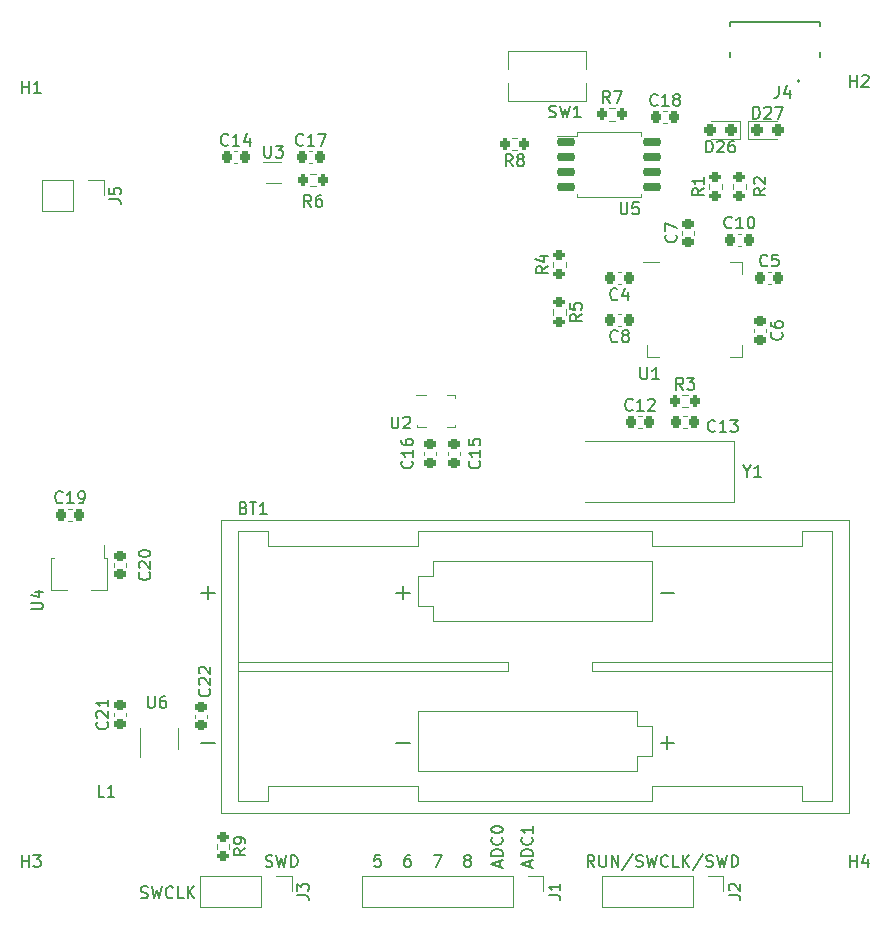
<source format=gto>
G04 #@! TF.GenerationSoftware,KiCad,Pcbnew,(6.0.5)*
G04 #@! TF.CreationDate,2023-05-13T13:21:23-04:00*
G04 #@! TF.ProjectId,control_board,636f6e74-726f-46c5-9f62-6f6172642e6b,rev?*
G04 #@! TF.SameCoordinates,Original*
G04 #@! TF.FileFunction,Legend,Top*
G04 #@! TF.FilePolarity,Positive*
%FSLAX46Y46*%
G04 Gerber Fmt 4.6, Leading zero omitted, Abs format (unit mm)*
G04 Created by KiCad (PCBNEW (6.0.5)) date 2023-05-13 13:21:23*
%MOMM*%
%LPD*%
G01*
G04 APERTURE LIST*
G04 Aperture macros list*
%AMRoundRect*
0 Rectangle with rounded corners*
0 $1 Rounding radius*
0 $2 $3 $4 $5 $6 $7 $8 $9 X,Y pos of 4 corners*
0 Add a 4 corners polygon primitive as box body*
4,1,4,$2,$3,$4,$5,$6,$7,$8,$9,$2,$3,0*
0 Add four circle primitives for the rounded corners*
1,1,$1+$1,$2,$3*
1,1,$1+$1,$4,$5*
1,1,$1+$1,$6,$7*
1,1,$1+$1,$8,$9*
0 Add four rect primitives between the rounded corners*
20,1,$1+$1,$2,$3,$4,$5,0*
20,1,$1+$1,$4,$5,$6,$7,0*
20,1,$1+$1,$6,$7,$8,$9,0*
20,1,$1+$1,$8,$9,$2,$3,0*%
%AMFreePoly0*
4,1,9,5.362500,-0.866500,1.237500,-0.866500,1.237500,-0.450000,-1.237500,-0.450000,-1.237500,0.450000,1.237500,0.450000,1.237500,0.866500,5.362500,0.866500,5.362500,-0.866500,5.362500,-0.866500,$1*%
G04 Aperture macros list end*
%ADD10C,0.150000*%
%ADD11C,0.120000*%
%ADD12C,0.127000*%
%ADD13C,0.200000*%
%ADD14C,0.100000*%
%ADD15RoundRect,0.200000X-0.275000X0.200000X-0.275000X-0.200000X0.275000X-0.200000X0.275000X0.200000X0*%
%ADD16RoundRect,0.200000X0.200000X0.275000X-0.200000X0.275000X-0.200000X-0.275000X0.200000X-0.275000X0*%
%ADD17RoundRect,0.200000X-0.200000X-0.275000X0.200000X-0.275000X0.200000X0.275000X-0.200000X0.275000X0*%
%ADD18RoundRect,0.200000X0.275000X-0.200000X0.275000X0.200000X-0.275000X0.200000X-0.275000X-0.200000X0*%
%ADD19RoundRect,0.225000X0.250000X-0.225000X0.250000X0.225000X-0.250000X0.225000X-0.250000X-0.225000X0*%
%ADD20RoundRect,0.225000X-0.225000X-0.250000X0.225000X-0.250000X0.225000X0.250000X-0.225000X0.250000X0*%
%ADD21RoundRect,0.225000X-0.250000X0.225000X-0.250000X-0.225000X0.250000X-0.225000X0.250000X0.225000X0*%
%ADD22RoundRect,0.225000X0.225000X0.250000X-0.225000X0.250000X-0.225000X-0.250000X0.225000X-0.250000X0*%
%ADD23R,4.500000X2.000000*%
%ADD24R,1.700000X1.700000*%
%ADD25O,1.700000X1.700000*%
%ADD26C,0.500000*%
%ADD27R,0.400000X1.350000*%
%ADD28R,1.900000X1.900000*%
%ADD29O,0.900000X1.800000*%
%ADD30R,1.600000X1.400000*%
%ADD31C,2.100000*%
%ADD32R,0.650000X1.560000*%
%ADD33C,3.450000*%
%ADD34R,2.000000X2.000000*%
%ADD35C,2.000000*%
%ADD36R,0.900000X2.300000*%
%ADD37FreePoly0,270.000000*%
%ADD38RoundRect,0.150000X-0.650000X-0.150000X0.650000X-0.150000X0.650000X0.150000X-0.650000X0.150000X0*%
%ADD39RoundRect,0.237500X0.287500X0.237500X-0.287500X0.237500X-0.287500X-0.237500X0.287500X-0.237500X0*%
%ADD40R,0.675000X0.250000*%
%ADD41R,0.250000X0.675000*%
%ADD42O,0.875000X0.200000*%
%ADD43O,0.200000X0.875000*%
%ADD44R,3.200000X3.200000*%
%ADD45RoundRect,0.237500X-0.287500X-0.237500X0.287500X-0.237500X0.287500X0.237500X-0.287500X0.237500X0*%
%ADD46R,1.500000X4.000000*%
%ADD47R,0.700000X0.340000*%
%ADD48R,2.108200X0.558800*%
G04 APERTURE END LIST*
D10*
X141509761Y-121800952D02*
X141414523Y-121753333D01*
X141366904Y-121705714D01*
X141319285Y-121610476D01*
X141319285Y-121562857D01*
X141366904Y-121467619D01*
X141414523Y-121420000D01*
X141509761Y-121372380D01*
X141700238Y-121372380D01*
X141795476Y-121420000D01*
X141843095Y-121467619D01*
X141890714Y-121562857D01*
X141890714Y-121610476D01*
X141843095Y-121705714D01*
X141795476Y-121753333D01*
X141700238Y-121800952D01*
X141509761Y-121800952D01*
X141414523Y-121848571D01*
X141366904Y-121896190D01*
X141319285Y-121991428D01*
X141319285Y-122181904D01*
X141366904Y-122277142D01*
X141414523Y-122324761D01*
X141509761Y-122372380D01*
X141700238Y-122372380D01*
X141795476Y-122324761D01*
X141843095Y-122277142D01*
X141890714Y-122181904D01*
X141890714Y-121991428D01*
X141843095Y-121896190D01*
X141795476Y-121848571D01*
X141700238Y-121800952D01*
X134223095Y-121372380D02*
X133746904Y-121372380D01*
X133699285Y-121848571D01*
X133746904Y-121800952D01*
X133842142Y-121753333D01*
X134080238Y-121753333D01*
X134175476Y-121800952D01*
X134223095Y-121848571D01*
X134270714Y-121943809D01*
X134270714Y-122181904D01*
X134223095Y-122277142D01*
X134175476Y-122324761D01*
X134080238Y-122372380D01*
X133842142Y-122372380D01*
X133746904Y-122324761D01*
X133699285Y-122277142D01*
X136715476Y-121372380D02*
X136525000Y-121372380D01*
X136429761Y-121420000D01*
X136382142Y-121467619D01*
X136286904Y-121610476D01*
X136239285Y-121800952D01*
X136239285Y-122181904D01*
X136286904Y-122277142D01*
X136334523Y-122324761D01*
X136429761Y-122372380D01*
X136620238Y-122372380D01*
X136715476Y-122324761D01*
X136763095Y-122277142D01*
X136810714Y-122181904D01*
X136810714Y-121943809D01*
X136763095Y-121848571D01*
X136715476Y-121800952D01*
X136620238Y-121753333D01*
X136429761Y-121753333D01*
X136334523Y-121800952D01*
X136286904Y-121848571D01*
X136239285Y-121943809D01*
X138731666Y-121372380D02*
X139398333Y-121372380D01*
X138969761Y-122372380D01*
X152329285Y-122372380D02*
X151995952Y-121896190D01*
X151757857Y-122372380D02*
X151757857Y-121372380D01*
X152138809Y-121372380D01*
X152234047Y-121420000D01*
X152281666Y-121467619D01*
X152329285Y-121562857D01*
X152329285Y-121705714D01*
X152281666Y-121800952D01*
X152234047Y-121848571D01*
X152138809Y-121896190D01*
X151757857Y-121896190D01*
X152757857Y-121372380D02*
X152757857Y-122181904D01*
X152805476Y-122277142D01*
X152853095Y-122324761D01*
X152948333Y-122372380D01*
X153138809Y-122372380D01*
X153234047Y-122324761D01*
X153281666Y-122277142D01*
X153329285Y-122181904D01*
X153329285Y-121372380D01*
X153805476Y-122372380D02*
X153805476Y-121372380D01*
X154376904Y-122372380D01*
X154376904Y-121372380D01*
X155567380Y-121324761D02*
X154710238Y-122610476D01*
X155853095Y-122324761D02*
X155995952Y-122372380D01*
X156234047Y-122372380D01*
X156329285Y-122324761D01*
X156376904Y-122277142D01*
X156424523Y-122181904D01*
X156424523Y-122086666D01*
X156376904Y-121991428D01*
X156329285Y-121943809D01*
X156234047Y-121896190D01*
X156043571Y-121848571D01*
X155948333Y-121800952D01*
X155900714Y-121753333D01*
X155853095Y-121658095D01*
X155853095Y-121562857D01*
X155900714Y-121467619D01*
X155948333Y-121420000D01*
X156043571Y-121372380D01*
X156281666Y-121372380D01*
X156424523Y-121420000D01*
X156757857Y-121372380D02*
X156995952Y-122372380D01*
X157186428Y-121658095D01*
X157376904Y-122372380D01*
X157615000Y-121372380D01*
X158567380Y-122277142D02*
X158519761Y-122324761D01*
X158376904Y-122372380D01*
X158281666Y-122372380D01*
X158138809Y-122324761D01*
X158043571Y-122229523D01*
X157995952Y-122134285D01*
X157948333Y-121943809D01*
X157948333Y-121800952D01*
X157995952Y-121610476D01*
X158043571Y-121515238D01*
X158138809Y-121420000D01*
X158281666Y-121372380D01*
X158376904Y-121372380D01*
X158519761Y-121420000D01*
X158567380Y-121467619D01*
X159472142Y-122372380D02*
X158995952Y-122372380D01*
X158995952Y-121372380D01*
X159805476Y-122372380D02*
X159805476Y-121372380D01*
X160376904Y-122372380D02*
X159948333Y-121800952D01*
X160376904Y-121372380D02*
X159805476Y-121943809D01*
X161519761Y-121324761D02*
X160662619Y-122610476D01*
X161805476Y-122324761D02*
X161948333Y-122372380D01*
X162186428Y-122372380D01*
X162281666Y-122324761D01*
X162329285Y-122277142D01*
X162376904Y-122181904D01*
X162376904Y-122086666D01*
X162329285Y-121991428D01*
X162281666Y-121943809D01*
X162186428Y-121896190D01*
X161995952Y-121848571D01*
X161900714Y-121800952D01*
X161853095Y-121753333D01*
X161805476Y-121658095D01*
X161805476Y-121562857D01*
X161853095Y-121467619D01*
X161900714Y-121420000D01*
X161995952Y-121372380D01*
X162234047Y-121372380D01*
X162376904Y-121420000D01*
X162710238Y-121372380D02*
X162948333Y-122372380D01*
X163138809Y-121658095D01*
X163329285Y-122372380D01*
X163567380Y-121372380D01*
X163948333Y-122372380D02*
X163948333Y-121372380D01*
X164186428Y-121372380D01*
X164329285Y-121420000D01*
X164424523Y-121515238D01*
X164472142Y-121610476D01*
X164519761Y-121800952D01*
X164519761Y-121943809D01*
X164472142Y-122134285D01*
X164424523Y-122229523D01*
X164329285Y-122324761D01*
X164186428Y-122372380D01*
X163948333Y-122372380D01*
X113943095Y-124991761D02*
X114085952Y-125039380D01*
X114324047Y-125039380D01*
X114419285Y-124991761D01*
X114466904Y-124944142D01*
X114514523Y-124848904D01*
X114514523Y-124753666D01*
X114466904Y-124658428D01*
X114419285Y-124610809D01*
X114324047Y-124563190D01*
X114133571Y-124515571D01*
X114038333Y-124467952D01*
X113990714Y-124420333D01*
X113943095Y-124325095D01*
X113943095Y-124229857D01*
X113990714Y-124134619D01*
X114038333Y-124087000D01*
X114133571Y-124039380D01*
X114371666Y-124039380D01*
X114514523Y-124087000D01*
X114847857Y-124039380D02*
X115085952Y-125039380D01*
X115276428Y-124325095D01*
X115466904Y-125039380D01*
X115705000Y-124039380D01*
X116657380Y-124944142D02*
X116609761Y-124991761D01*
X116466904Y-125039380D01*
X116371666Y-125039380D01*
X116228809Y-124991761D01*
X116133571Y-124896523D01*
X116085952Y-124801285D01*
X116038333Y-124610809D01*
X116038333Y-124467952D01*
X116085952Y-124277476D01*
X116133571Y-124182238D01*
X116228809Y-124087000D01*
X116371666Y-124039380D01*
X116466904Y-124039380D01*
X116609761Y-124087000D01*
X116657380Y-124134619D01*
X117562142Y-125039380D02*
X117085952Y-125039380D01*
X117085952Y-124039380D01*
X117895476Y-125039380D02*
X117895476Y-124039380D01*
X118466904Y-125039380D02*
X118038333Y-124467952D01*
X118466904Y-124039380D02*
X117895476Y-124610809D01*
X124507857Y-122324761D02*
X124650714Y-122372380D01*
X124888809Y-122372380D01*
X124984047Y-122324761D01*
X125031666Y-122277142D01*
X125079285Y-122181904D01*
X125079285Y-122086666D01*
X125031666Y-121991428D01*
X124984047Y-121943809D01*
X124888809Y-121896190D01*
X124698333Y-121848571D01*
X124603095Y-121800952D01*
X124555476Y-121753333D01*
X124507857Y-121658095D01*
X124507857Y-121562857D01*
X124555476Y-121467619D01*
X124603095Y-121420000D01*
X124698333Y-121372380D01*
X124936428Y-121372380D01*
X125079285Y-121420000D01*
X125412619Y-121372380D02*
X125650714Y-122372380D01*
X125841190Y-121658095D01*
X126031666Y-122372380D01*
X126269761Y-121372380D01*
X126650714Y-122372380D02*
X126650714Y-121372380D01*
X126888809Y-121372380D01*
X127031666Y-121420000D01*
X127126904Y-121515238D01*
X127174523Y-121610476D01*
X127222142Y-121800952D01*
X127222142Y-121943809D01*
X127174523Y-122134285D01*
X127126904Y-122229523D01*
X127031666Y-122324761D01*
X126888809Y-122372380D01*
X126650714Y-122372380D01*
X144311666Y-122364285D02*
X144311666Y-121888095D01*
X144597380Y-122459523D02*
X143597380Y-122126190D01*
X144597380Y-121792857D01*
X144597380Y-121459523D02*
X143597380Y-121459523D01*
X143597380Y-121221428D01*
X143645000Y-121078571D01*
X143740238Y-120983333D01*
X143835476Y-120935714D01*
X144025952Y-120888095D01*
X144168809Y-120888095D01*
X144359285Y-120935714D01*
X144454523Y-120983333D01*
X144549761Y-121078571D01*
X144597380Y-121221428D01*
X144597380Y-121459523D01*
X144502142Y-119888095D02*
X144549761Y-119935714D01*
X144597380Y-120078571D01*
X144597380Y-120173809D01*
X144549761Y-120316666D01*
X144454523Y-120411904D01*
X144359285Y-120459523D01*
X144168809Y-120507142D01*
X144025952Y-120507142D01*
X143835476Y-120459523D01*
X143740238Y-120411904D01*
X143645000Y-120316666D01*
X143597380Y-120173809D01*
X143597380Y-120078571D01*
X143645000Y-119935714D01*
X143692619Y-119888095D01*
X143597380Y-119269047D02*
X143597380Y-119173809D01*
X143645000Y-119078571D01*
X143692619Y-119030952D01*
X143787857Y-118983333D01*
X143978333Y-118935714D01*
X144216428Y-118935714D01*
X144406904Y-118983333D01*
X144502142Y-119030952D01*
X144549761Y-119078571D01*
X144597380Y-119173809D01*
X144597380Y-119269047D01*
X144549761Y-119364285D01*
X144502142Y-119411904D01*
X144406904Y-119459523D01*
X144216428Y-119507142D01*
X143978333Y-119507142D01*
X143787857Y-119459523D01*
X143692619Y-119411904D01*
X143645000Y-119364285D01*
X143597380Y-119269047D01*
X146851666Y-122364285D02*
X146851666Y-121888095D01*
X147137380Y-122459523D02*
X146137380Y-122126190D01*
X147137380Y-121792857D01*
X147137380Y-121459523D02*
X146137380Y-121459523D01*
X146137380Y-121221428D01*
X146185000Y-121078571D01*
X146280238Y-120983333D01*
X146375476Y-120935714D01*
X146565952Y-120888095D01*
X146708809Y-120888095D01*
X146899285Y-120935714D01*
X146994523Y-120983333D01*
X147089761Y-121078571D01*
X147137380Y-121221428D01*
X147137380Y-121459523D01*
X147042142Y-119888095D02*
X147089761Y-119935714D01*
X147137380Y-120078571D01*
X147137380Y-120173809D01*
X147089761Y-120316666D01*
X146994523Y-120411904D01*
X146899285Y-120459523D01*
X146708809Y-120507142D01*
X146565952Y-120507142D01*
X146375476Y-120459523D01*
X146280238Y-120411904D01*
X146185000Y-120316666D01*
X146137380Y-120173809D01*
X146137380Y-120078571D01*
X146185000Y-119935714D01*
X146232619Y-119888095D01*
X147137380Y-118935714D02*
X147137380Y-119507142D01*
X147137380Y-119221428D02*
X146137380Y-119221428D01*
X146280238Y-119316666D01*
X146375476Y-119411904D01*
X146423095Y-119507142D01*
X122786380Y-120816666D02*
X122310190Y-121150000D01*
X122786380Y-121388095D02*
X121786380Y-121388095D01*
X121786380Y-121007142D01*
X121834000Y-120911904D01*
X121881619Y-120864285D01*
X121976857Y-120816666D01*
X122119714Y-120816666D01*
X122214952Y-120864285D01*
X122262571Y-120911904D01*
X122310190Y-121007142D01*
X122310190Y-121388095D01*
X122786380Y-120340476D02*
X122786380Y-120150000D01*
X122738761Y-120054761D01*
X122691142Y-120007142D01*
X122548285Y-119911904D01*
X122357809Y-119864285D01*
X121976857Y-119864285D01*
X121881619Y-119911904D01*
X121834000Y-119959523D01*
X121786380Y-120054761D01*
X121786380Y-120245238D01*
X121834000Y-120340476D01*
X121881619Y-120388095D01*
X121976857Y-120435714D01*
X122214952Y-120435714D01*
X122310190Y-120388095D01*
X122357809Y-120340476D01*
X122405428Y-120245238D01*
X122405428Y-120054761D01*
X122357809Y-119959523D01*
X122310190Y-119911904D01*
X122214952Y-119864285D01*
X145408833Y-63059880D02*
X145075500Y-62583690D01*
X144837404Y-63059880D02*
X144837404Y-62059880D01*
X145218357Y-62059880D01*
X145313595Y-62107500D01*
X145361214Y-62155119D01*
X145408833Y-62250357D01*
X145408833Y-62393214D01*
X145361214Y-62488452D01*
X145313595Y-62536071D01*
X145218357Y-62583690D01*
X144837404Y-62583690D01*
X145980261Y-62488452D02*
X145885023Y-62440833D01*
X145837404Y-62393214D01*
X145789785Y-62297976D01*
X145789785Y-62250357D01*
X145837404Y-62155119D01*
X145885023Y-62107500D01*
X145980261Y-62059880D01*
X146170738Y-62059880D01*
X146265976Y-62107500D01*
X146313595Y-62155119D01*
X146361214Y-62250357D01*
X146361214Y-62297976D01*
X146313595Y-62393214D01*
X146265976Y-62440833D01*
X146170738Y-62488452D01*
X145980261Y-62488452D01*
X145885023Y-62536071D01*
X145837404Y-62583690D01*
X145789785Y-62678928D01*
X145789785Y-62869404D01*
X145837404Y-62964642D01*
X145885023Y-63012261D01*
X145980261Y-63059880D01*
X146170738Y-63059880D01*
X146265976Y-63012261D01*
X146313595Y-62964642D01*
X146361214Y-62869404D01*
X146361214Y-62678928D01*
X146313595Y-62583690D01*
X146265976Y-62536071D01*
X146170738Y-62488452D01*
X153658833Y-57699880D02*
X153325500Y-57223690D01*
X153087404Y-57699880D02*
X153087404Y-56699880D01*
X153468357Y-56699880D01*
X153563595Y-56747500D01*
X153611214Y-56795119D01*
X153658833Y-56890357D01*
X153658833Y-57033214D01*
X153611214Y-57128452D01*
X153563595Y-57176071D01*
X153468357Y-57223690D01*
X153087404Y-57223690D01*
X153992166Y-56699880D02*
X154658833Y-56699880D01*
X154230261Y-57699880D01*
X128364783Y-66492380D02*
X128031450Y-66016190D01*
X127793354Y-66492380D02*
X127793354Y-65492380D01*
X128174307Y-65492380D01*
X128269545Y-65540000D01*
X128317164Y-65587619D01*
X128364783Y-65682857D01*
X128364783Y-65825714D01*
X128317164Y-65920952D01*
X128269545Y-65968571D01*
X128174307Y-66016190D01*
X127793354Y-66016190D01*
X129221926Y-65492380D02*
X129031450Y-65492380D01*
X128936211Y-65540000D01*
X128888592Y-65587619D01*
X128793354Y-65730476D01*
X128745735Y-65920952D01*
X128745735Y-66301904D01*
X128793354Y-66397142D01*
X128840973Y-66444761D01*
X128936211Y-66492380D01*
X129126688Y-66492380D01*
X129221926Y-66444761D01*
X129269545Y-66397142D01*
X129317164Y-66301904D01*
X129317164Y-66063809D01*
X129269545Y-65968571D01*
X129221926Y-65920952D01*
X129126688Y-65873333D01*
X128936211Y-65873333D01*
X128840973Y-65920952D01*
X128793354Y-65968571D01*
X128745735Y-66063809D01*
X151258380Y-75584166D02*
X150782190Y-75917500D01*
X151258380Y-76155595D02*
X150258380Y-76155595D01*
X150258380Y-75774642D01*
X150306000Y-75679404D01*
X150353619Y-75631785D01*
X150448857Y-75584166D01*
X150591714Y-75584166D01*
X150686952Y-75631785D01*
X150734571Y-75679404D01*
X150782190Y-75774642D01*
X150782190Y-76155595D01*
X150258380Y-74679404D02*
X150258380Y-75155595D01*
X150734571Y-75203214D01*
X150686952Y-75155595D01*
X150639333Y-75060357D01*
X150639333Y-74822261D01*
X150686952Y-74727023D01*
X150734571Y-74679404D01*
X150829809Y-74631785D01*
X151067904Y-74631785D01*
X151163142Y-74679404D01*
X151210761Y-74727023D01*
X151258380Y-74822261D01*
X151258380Y-75060357D01*
X151210761Y-75155595D01*
X151163142Y-75203214D01*
X148398380Y-71536166D02*
X147922190Y-71869500D01*
X148398380Y-72107595D02*
X147398380Y-72107595D01*
X147398380Y-71726642D01*
X147446000Y-71631404D01*
X147493619Y-71583785D01*
X147588857Y-71536166D01*
X147731714Y-71536166D01*
X147826952Y-71583785D01*
X147874571Y-71631404D01*
X147922190Y-71726642D01*
X147922190Y-72107595D01*
X147731714Y-70679023D02*
X148398380Y-70679023D01*
X147350761Y-70917119D02*
X148065047Y-71155214D01*
X148065047Y-70536166D01*
X159853333Y-81983380D02*
X159520000Y-81507190D01*
X159281904Y-81983380D02*
X159281904Y-80983380D01*
X159662857Y-80983380D01*
X159758095Y-81031000D01*
X159805714Y-81078619D01*
X159853333Y-81173857D01*
X159853333Y-81316714D01*
X159805714Y-81411952D01*
X159758095Y-81459571D01*
X159662857Y-81507190D01*
X159281904Y-81507190D01*
X160186666Y-80983380D02*
X160805714Y-80983380D01*
X160472380Y-81364333D01*
X160615238Y-81364333D01*
X160710476Y-81411952D01*
X160758095Y-81459571D01*
X160805714Y-81554809D01*
X160805714Y-81792904D01*
X160758095Y-81888142D01*
X160710476Y-81935761D01*
X160615238Y-81983380D01*
X160329523Y-81983380D01*
X160234285Y-81935761D01*
X160186666Y-81888142D01*
X166822380Y-64936666D02*
X166346190Y-65270000D01*
X166822380Y-65508095D02*
X165822380Y-65508095D01*
X165822380Y-65127142D01*
X165870000Y-65031904D01*
X165917619Y-64984285D01*
X166012857Y-64936666D01*
X166155714Y-64936666D01*
X166250952Y-64984285D01*
X166298571Y-65031904D01*
X166346190Y-65127142D01*
X166346190Y-65508095D01*
X165917619Y-64555714D02*
X165870000Y-64508095D01*
X165822380Y-64412857D01*
X165822380Y-64174761D01*
X165870000Y-64079523D01*
X165917619Y-64031904D01*
X166012857Y-63984285D01*
X166108095Y-63984285D01*
X166250952Y-64031904D01*
X166822380Y-64603333D01*
X166822380Y-63984285D01*
X161606380Y-64936666D02*
X161130190Y-65270000D01*
X161606380Y-65508095D02*
X160606380Y-65508095D01*
X160606380Y-65127142D01*
X160654000Y-65031904D01*
X160701619Y-64984285D01*
X160796857Y-64936666D01*
X160939714Y-64936666D01*
X161034952Y-64984285D01*
X161082571Y-65031904D01*
X161130190Y-65127142D01*
X161130190Y-65508095D01*
X161606380Y-63984285D02*
X161606380Y-64555714D01*
X161606380Y-64270000D02*
X160606380Y-64270000D01*
X160749238Y-64365238D01*
X160844476Y-64460476D01*
X160892095Y-64555714D01*
X119737142Y-107322857D02*
X119784761Y-107370476D01*
X119832380Y-107513333D01*
X119832380Y-107608571D01*
X119784761Y-107751428D01*
X119689523Y-107846666D01*
X119594285Y-107894285D01*
X119403809Y-107941904D01*
X119260952Y-107941904D01*
X119070476Y-107894285D01*
X118975238Y-107846666D01*
X118880000Y-107751428D01*
X118832380Y-107608571D01*
X118832380Y-107513333D01*
X118880000Y-107370476D01*
X118927619Y-107322857D01*
X118927619Y-106941904D02*
X118880000Y-106894285D01*
X118832380Y-106799047D01*
X118832380Y-106560952D01*
X118880000Y-106465714D01*
X118927619Y-106418095D01*
X119022857Y-106370476D01*
X119118095Y-106370476D01*
X119260952Y-106418095D01*
X119832380Y-106989523D01*
X119832380Y-106370476D01*
X118927619Y-105989523D02*
X118880000Y-105941904D01*
X118832380Y-105846666D01*
X118832380Y-105608571D01*
X118880000Y-105513333D01*
X118927619Y-105465714D01*
X119022857Y-105418095D01*
X119118095Y-105418095D01*
X119260952Y-105465714D01*
X119832380Y-106037142D01*
X119832380Y-105418095D01*
X111068142Y-110116857D02*
X111115761Y-110164476D01*
X111163380Y-110307333D01*
X111163380Y-110402571D01*
X111115761Y-110545428D01*
X111020523Y-110640666D01*
X110925285Y-110688285D01*
X110734809Y-110735904D01*
X110591952Y-110735904D01*
X110401476Y-110688285D01*
X110306238Y-110640666D01*
X110211000Y-110545428D01*
X110163380Y-110402571D01*
X110163380Y-110307333D01*
X110211000Y-110164476D01*
X110258619Y-110116857D01*
X110258619Y-109735904D02*
X110211000Y-109688285D01*
X110163380Y-109593047D01*
X110163380Y-109354952D01*
X110211000Y-109259714D01*
X110258619Y-109212095D01*
X110353857Y-109164476D01*
X110449095Y-109164476D01*
X110591952Y-109212095D01*
X111163380Y-109783523D01*
X111163380Y-109164476D01*
X111163380Y-108212095D02*
X111163380Y-108783523D01*
X111163380Y-108497809D02*
X110163380Y-108497809D01*
X110306238Y-108593047D01*
X110401476Y-108688285D01*
X110449095Y-108783523D01*
X114657142Y-97455357D02*
X114704761Y-97502976D01*
X114752380Y-97645833D01*
X114752380Y-97741071D01*
X114704761Y-97883928D01*
X114609523Y-97979166D01*
X114514285Y-98026785D01*
X114323809Y-98074404D01*
X114180952Y-98074404D01*
X113990476Y-98026785D01*
X113895238Y-97979166D01*
X113800000Y-97883928D01*
X113752380Y-97741071D01*
X113752380Y-97645833D01*
X113800000Y-97502976D01*
X113847619Y-97455357D01*
X113847619Y-97074404D02*
X113800000Y-97026785D01*
X113752380Y-96931547D01*
X113752380Y-96693452D01*
X113800000Y-96598214D01*
X113847619Y-96550595D01*
X113942857Y-96502976D01*
X114038095Y-96502976D01*
X114180952Y-96550595D01*
X114752380Y-97122023D01*
X114752380Y-96502976D01*
X113752380Y-95883928D02*
X113752380Y-95788690D01*
X113800000Y-95693452D01*
X113847619Y-95645833D01*
X113942857Y-95598214D01*
X114133333Y-95550595D01*
X114371428Y-95550595D01*
X114561904Y-95598214D01*
X114657142Y-95645833D01*
X114704761Y-95693452D01*
X114752380Y-95788690D01*
X114752380Y-95883928D01*
X114704761Y-95979166D01*
X114657142Y-96026785D01*
X114561904Y-96074404D01*
X114371428Y-96122023D01*
X114133333Y-96122023D01*
X113942857Y-96074404D01*
X113847619Y-96026785D01*
X113800000Y-95979166D01*
X113752380Y-95883928D01*
X107307142Y-91489642D02*
X107259523Y-91537261D01*
X107116666Y-91584880D01*
X107021428Y-91584880D01*
X106878571Y-91537261D01*
X106783333Y-91442023D01*
X106735714Y-91346785D01*
X106688095Y-91156309D01*
X106688095Y-91013452D01*
X106735714Y-90822976D01*
X106783333Y-90727738D01*
X106878571Y-90632500D01*
X107021428Y-90584880D01*
X107116666Y-90584880D01*
X107259523Y-90632500D01*
X107307142Y-90680119D01*
X108259523Y-91584880D02*
X107688095Y-91584880D01*
X107973809Y-91584880D02*
X107973809Y-90584880D01*
X107878571Y-90727738D01*
X107783333Y-90822976D01*
X107688095Y-90870595D01*
X108735714Y-91584880D02*
X108926190Y-91584880D01*
X109021428Y-91537261D01*
X109069047Y-91489642D01*
X109164285Y-91346785D01*
X109211904Y-91156309D01*
X109211904Y-90775357D01*
X109164285Y-90680119D01*
X109116666Y-90632500D01*
X109021428Y-90584880D01*
X108830952Y-90584880D01*
X108735714Y-90632500D01*
X108688095Y-90680119D01*
X108640476Y-90775357D01*
X108640476Y-91013452D01*
X108688095Y-91108690D01*
X108735714Y-91156309D01*
X108830952Y-91203928D01*
X109021428Y-91203928D01*
X109116666Y-91156309D01*
X109164285Y-91108690D01*
X109211904Y-91013452D01*
X157682642Y-57854642D02*
X157635023Y-57902261D01*
X157492166Y-57949880D01*
X157396928Y-57949880D01*
X157254071Y-57902261D01*
X157158833Y-57807023D01*
X157111214Y-57711785D01*
X157063595Y-57521309D01*
X157063595Y-57378452D01*
X157111214Y-57187976D01*
X157158833Y-57092738D01*
X157254071Y-56997500D01*
X157396928Y-56949880D01*
X157492166Y-56949880D01*
X157635023Y-56997500D01*
X157682642Y-57045119D01*
X158635023Y-57949880D02*
X158063595Y-57949880D01*
X158349309Y-57949880D02*
X158349309Y-56949880D01*
X158254071Y-57092738D01*
X158158833Y-57187976D01*
X158063595Y-57235595D01*
X159206452Y-57378452D02*
X159111214Y-57330833D01*
X159063595Y-57283214D01*
X159015976Y-57187976D01*
X159015976Y-57140357D01*
X159063595Y-57045119D01*
X159111214Y-56997500D01*
X159206452Y-56949880D01*
X159396928Y-56949880D01*
X159492166Y-56997500D01*
X159539785Y-57045119D01*
X159587404Y-57140357D01*
X159587404Y-57187976D01*
X159539785Y-57283214D01*
X159492166Y-57330833D01*
X159396928Y-57378452D01*
X159206452Y-57378452D01*
X159111214Y-57426071D01*
X159063595Y-57473690D01*
X159015976Y-57568928D01*
X159015976Y-57759404D01*
X159063595Y-57854642D01*
X159111214Y-57902261D01*
X159206452Y-57949880D01*
X159396928Y-57949880D01*
X159492166Y-57902261D01*
X159539785Y-57854642D01*
X159587404Y-57759404D01*
X159587404Y-57568928D01*
X159539785Y-57473690D01*
X159492166Y-57426071D01*
X159396928Y-57378452D01*
X127685392Y-61228142D02*
X127637773Y-61275761D01*
X127494916Y-61323380D01*
X127399678Y-61323380D01*
X127256821Y-61275761D01*
X127161583Y-61180523D01*
X127113964Y-61085285D01*
X127066345Y-60894809D01*
X127066345Y-60751952D01*
X127113964Y-60561476D01*
X127161583Y-60466238D01*
X127256821Y-60371000D01*
X127399678Y-60323380D01*
X127494916Y-60323380D01*
X127637773Y-60371000D01*
X127685392Y-60418619D01*
X128637773Y-61323380D02*
X128066345Y-61323380D01*
X128352059Y-61323380D02*
X128352059Y-60323380D01*
X128256821Y-60466238D01*
X128161583Y-60561476D01*
X128066345Y-60609095D01*
X128971107Y-60323380D02*
X129637773Y-60323380D01*
X129209202Y-61323380D01*
X136882142Y-88018857D02*
X136929761Y-88066476D01*
X136977380Y-88209333D01*
X136977380Y-88304571D01*
X136929761Y-88447428D01*
X136834523Y-88542666D01*
X136739285Y-88590285D01*
X136548809Y-88637904D01*
X136405952Y-88637904D01*
X136215476Y-88590285D01*
X136120238Y-88542666D01*
X136025000Y-88447428D01*
X135977380Y-88304571D01*
X135977380Y-88209333D01*
X136025000Y-88066476D01*
X136072619Y-88018857D01*
X136977380Y-87066476D02*
X136977380Y-87637904D01*
X136977380Y-87352190D02*
X135977380Y-87352190D01*
X136120238Y-87447428D01*
X136215476Y-87542666D01*
X136263095Y-87637904D01*
X135977380Y-86209333D02*
X135977380Y-86399809D01*
X136025000Y-86495047D01*
X136072619Y-86542666D01*
X136215476Y-86637904D01*
X136405952Y-86685523D01*
X136786904Y-86685523D01*
X136882142Y-86637904D01*
X136929761Y-86590285D01*
X136977380Y-86495047D01*
X136977380Y-86304571D01*
X136929761Y-86209333D01*
X136882142Y-86161714D01*
X136786904Y-86114095D01*
X136548809Y-86114095D01*
X136453571Y-86161714D01*
X136405952Y-86209333D01*
X136358333Y-86304571D01*
X136358333Y-86495047D01*
X136405952Y-86590285D01*
X136453571Y-86637904D01*
X136548809Y-86685523D01*
X142597142Y-88018857D02*
X142644761Y-88066476D01*
X142692380Y-88209333D01*
X142692380Y-88304571D01*
X142644761Y-88447428D01*
X142549523Y-88542666D01*
X142454285Y-88590285D01*
X142263809Y-88637904D01*
X142120952Y-88637904D01*
X141930476Y-88590285D01*
X141835238Y-88542666D01*
X141740000Y-88447428D01*
X141692380Y-88304571D01*
X141692380Y-88209333D01*
X141740000Y-88066476D01*
X141787619Y-88018857D01*
X142692380Y-87066476D02*
X142692380Y-87637904D01*
X142692380Y-87352190D02*
X141692380Y-87352190D01*
X141835238Y-87447428D01*
X141930476Y-87542666D01*
X141978095Y-87637904D01*
X141692380Y-86161714D02*
X141692380Y-86637904D01*
X142168571Y-86685523D01*
X142120952Y-86637904D01*
X142073333Y-86542666D01*
X142073333Y-86304571D01*
X142120952Y-86209333D01*
X142168571Y-86161714D01*
X142263809Y-86114095D01*
X142501904Y-86114095D01*
X142597142Y-86161714D01*
X142644761Y-86209333D01*
X142692380Y-86304571D01*
X142692380Y-86542666D01*
X142644761Y-86637904D01*
X142597142Y-86685523D01*
X121335392Y-61228142D02*
X121287773Y-61275761D01*
X121144916Y-61323380D01*
X121049678Y-61323380D01*
X120906821Y-61275761D01*
X120811583Y-61180523D01*
X120763964Y-61085285D01*
X120716345Y-60894809D01*
X120716345Y-60751952D01*
X120763964Y-60561476D01*
X120811583Y-60466238D01*
X120906821Y-60371000D01*
X121049678Y-60323380D01*
X121144916Y-60323380D01*
X121287773Y-60371000D01*
X121335392Y-60418619D01*
X122287773Y-61323380D02*
X121716345Y-61323380D01*
X122002059Y-61323380D02*
X122002059Y-60323380D01*
X121906821Y-60466238D01*
X121811583Y-60561476D01*
X121716345Y-60609095D01*
X123144916Y-60656714D02*
X123144916Y-61323380D01*
X122906821Y-60275761D02*
X122668726Y-60990047D01*
X123287773Y-60990047D01*
X162552142Y-85447142D02*
X162504523Y-85494761D01*
X162361666Y-85542380D01*
X162266428Y-85542380D01*
X162123571Y-85494761D01*
X162028333Y-85399523D01*
X161980714Y-85304285D01*
X161933095Y-85113809D01*
X161933095Y-84970952D01*
X161980714Y-84780476D01*
X162028333Y-84685238D01*
X162123571Y-84590000D01*
X162266428Y-84542380D01*
X162361666Y-84542380D01*
X162504523Y-84590000D01*
X162552142Y-84637619D01*
X163504523Y-85542380D02*
X162933095Y-85542380D01*
X163218809Y-85542380D02*
X163218809Y-84542380D01*
X163123571Y-84685238D01*
X163028333Y-84780476D01*
X162933095Y-84828095D01*
X163837857Y-84542380D02*
X164456904Y-84542380D01*
X164123571Y-84923333D01*
X164266428Y-84923333D01*
X164361666Y-84970952D01*
X164409285Y-85018571D01*
X164456904Y-85113809D01*
X164456904Y-85351904D01*
X164409285Y-85447142D01*
X164361666Y-85494761D01*
X164266428Y-85542380D01*
X163980714Y-85542380D01*
X163885476Y-85494761D01*
X163837857Y-85447142D01*
X155567142Y-83666142D02*
X155519523Y-83713761D01*
X155376666Y-83761380D01*
X155281428Y-83761380D01*
X155138571Y-83713761D01*
X155043333Y-83618523D01*
X154995714Y-83523285D01*
X154948095Y-83332809D01*
X154948095Y-83189952D01*
X154995714Y-82999476D01*
X155043333Y-82904238D01*
X155138571Y-82809000D01*
X155281428Y-82761380D01*
X155376666Y-82761380D01*
X155519523Y-82809000D01*
X155567142Y-82856619D01*
X156519523Y-83761380D02*
X155948095Y-83761380D01*
X156233809Y-83761380D02*
X156233809Y-82761380D01*
X156138571Y-82904238D01*
X156043333Y-82999476D01*
X155948095Y-83047095D01*
X156900476Y-82856619D02*
X156948095Y-82809000D01*
X157043333Y-82761380D01*
X157281428Y-82761380D01*
X157376666Y-82809000D01*
X157424285Y-82856619D01*
X157471904Y-82951857D01*
X157471904Y-83047095D01*
X157424285Y-83189952D01*
X156852857Y-83761380D01*
X157471904Y-83761380D01*
X163973142Y-68237142D02*
X163925523Y-68284761D01*
X163782666Y-68332380D01*
X163687428Y-68332380D01*
X163544571Y-68284761D01*
X163449333Y-68189523D01*
X163401714Y-68094285D01*
X163354095Y-67903809D01*
X163354095Y-67760952D01*
X163401714Y-67570476D01*
X163449333Y-67475238D01*
X163544571Y-67380000D01*
X163687428Y-67332380D01*
X163782666Y-67332380D01*
X163925523Y-67380000D01*
X163973142Y-67427619D01*
X164925523Y-68332380D02*
X164354095Y-68332380D01*
X164639809Y-68332380D02*
X164639809Y-67332380D01*
X164544571Y-67475238D01*
X164449333Y-67570476D01*
X164354095Y-67618095D01*
X165544571Y-67332380D02*
X165639809Y-67332380D01*
X165735047Y-67380000D01*
X165782666Y-67427619D01*
X165830285Y-67522857D01*
X165877904Y-67713333D01*
X165877904Y-67951428D01*
X165830285Y-68141904D01*
X165782666Y-68237142D01*
X165735047Y-68284761D01*
X165639809Y-68332380D01*
X165544571Y-68332380D01*
X165449333Y-68284761D01*
X165401714Y-68237142D01*
X165354095Y-68141904D01*
X165306476Y-67951428D01*
X165306476Y-67713333D01*
X165354095Y-67522857D01*
X165401714Y-67427619D01*
X165449333Y-67380000D01*
X165544571Y-67332380D01*
X154297333Y-77854642D02*
X154249714Y-77902261D01*
X154106857Y-77949880D01*
X154011619Y-77949880D01*
X153868761Y-77902261D01*
X153773523Y-77807023D01*
X153725904Y-77711785D01*
X153678285Y-77521309D01*
X153678285Y-77378452D01*
X153725904Y-77187976D01*
X153773523Y-77092738D01*
X153868761Y-76997500D01*
X154011619Y-76949880D01*
X154106857Y-76949880D01*
X154249714Y-76997500D01*
X154297333Y-77045119D01*
X154868761Y-77378452D02*
X154773523Y-77330833D01*
X154725904Y-77283214D01*
X154678285Y-77187976D01*
X154678285Y-77140357D01*
X154725904Y-77045119D01*
X154773523Y-76997500D01*
X154868761Y-76949880D01*
X155059238Y-76949880D01*
X155154476Y-76997500D01*
X155202095Y-77045119D01*
X155249714Y-77140357D01*
X155249714Y-77187976D01*
X155202095Y-77283214D01*
X155154476Y-77330833D01*
X155059238Y-77378452D01*
X154868761Y-77378452D01*
X154773523Y-77426071D01*
X154725904Y-77473690D01*
X154678285Y-77568928D01*
X154678285Y-77759404D01*
X154725904Y-77854642D01*
X154773523Y-77902261D01*
X154868761Y-77949880D01*
X155059238Y-77949880D01*
X155154476Y-77902261D01*
X155202095Y-77854642D01*
X155249714Y-77759404D01*
X155249714Y-77568928D01*
X155202095Y-77473690D01*
X155154476Y-77426071D01*
X155059238Y-77378452D01*
X159225142Y-68868166D02*
X159272761Y-68915785D01*
X159320380Y-69058642D01*
X159320380Y-69153880D01*
X159272761Y-69296738D01*
X159177523Y-69391976D01*
X159082285Y-69439595D01*
X158891809Y-69487214D01*
X158748952Y-69487214D01*
X158558476Y-69439595D01*
X158463238Y-69391976D01*
X158368000Y-69296738D01*
X158320380Y-69153880D01*
X158320380Y-69058642D01*
X158368000Y-68915785D01*
X158415619Y-68868166D01*
X158320380Y-68534833D02*
X158320380Y-67868166D01*
X159320380Y-68296738D01*
X168181142Y-77124166D02*
X168228761Y-77171785D01*
X168276380Y-77314642D01*
X168276380Y-77409880D01*
X168228761Y-77552738D01*
X168133523Y-77647976D01*
X168038285Y-77695595D01*
X167847809Y-77743214D01*
X167704952Y-77743214D01*
X167514476Y-77695595D01*
X167419238Y-77647976D01*
X167324000Y-77552738D01*
X167276380Y-77409880D01*
X167276380Y-77314642D01*
X167324000Y-77171785D01*
X167371619Y-77124166D01*
X167276380Y-76267023D02*
X167276380Y-76457500D01*
X167324000Y-76552738D01*
X167371619Y-76600357D01*
X167514476Y-76695595D01*
X167704952Y-76743214D01*
X168085904Y-76743214D01*
X168181142Y-76695595D01*
X168228761Y-76647976D01*
X168276380Y-76552738D01*
X168276380Y-76362261D01*
X168228761Y-76267023D01*
X168181142Y-76219404D01*
X168085904Y-76171785D01*
X167847809Y-76171785D01*
X167752571Y-76219404D01*
X167704952Y-76267023D01*
X167657333Y-76362261D01*
X167657333Y-76552738D01*
X167704952Y-76647976D01*
X167752571Y-76695595D01*
X167847809Y-76743214D01*
X166981333Y-71440642D02*
X166933714Y-71488261D01*
X166790857Y-71535880D01*
X166695619Y-71535880D01*
X166552761Y-71488261D01*
X166457523Y-71393023D01*
X166409904Y-71297785D01*
X166362285Y-71107309D01*
X166362285Y-70964452D01*
X166409904Y-70773976D01*
X166457523Y-70678738D01*
X166552761Y-70583500D01*
X166695619Y-70535880D01*
X166790857Y-70535880D01*
X166933714Y-70583500D01*
X166981333Y-70631119D01*
X167886095Y-70535880D02*
X167409904Y-70535880D01*
X167362285Y-71012071D01*
X167409904Y-70964452D01*
X167505142Y-70916833D01*
X167743238Y-70916833D01*
X167838476Y-70964452D01*
X167886095Y-71012071D01*
X167933714Y-71107309D01*
X167933714Y-71345404D01*
X167886095Y-71440642D01*
X167838476Y-71488261D01*
X167743238Y-71535880D01*
X167505142Y-71535880D01*
X167409904Y-71488261D01*
X167362285Y-71440642D01*
X154289333Y-74298642D02*
X154241714Y-74346261D01*
X154098857Y-74393880D01*
X154003619Y-74393880D01*
X153860761Y-74346261D01*
X153765523Y-74251023D01*
X153717904Y-74155785D01*
X153670285Y-73965309D01*
X153670285Y-73822452D01*
X153717904Y-73631976D01*
X153765523Y-73536738D01*
X153860761Y-73441500D01*
X154003619Y-73393880D01*
X154098857Y-73393880D01*
X154241714Y-73441500D01*
X154289333Y-73489119D01*
X155146476Y-73727214D02*
X155146476Y-74393880D01*
X154908380Y-73346261D02*
X154670285Y-74060547D01*
X155289333Y-74060547D01*
X165258809Y-88876190D02*
X165258809Y-89352380D01*
X164925476Y-88352380D02*
X165258809Y-88876190D01*
X165592142Y-88352380D01*
X166449285Y-89352380D02*
X165877857Y-89352380D01*
X166163571Y-89352380D02*
X166163571Y-88352380D01*
X166068333Y-88495238D01*
X165973095Y-88590476D01*
X165877857Y-88638095D01*
X163707380Y-124793333D02*
X164421666Y-124793333D01*
X164564523Y-124840952D01*
X164659761Y-124936190D01*
X164707380Y-125079047D01*
X164707380Y-125174285D01*
X163802619Y-124364761D02*
X163755000Y-124317142D01*
X163707380Y-124221904D01*
X163707380Y-123983809D01*
X163755000Y-123888571D01*
X163802619Y-123840952D01*
X163897857Y-123793333D01*
X163993095Y-123793333D01*
X164135952Y-123840952D01*
X164707380Y-124412380D01*
X164707380Y-123793333D01*
X167964326Y-56265300D02*
X167964326Y-56979586D01*
X167916707Y-57122443D01*
X167821469Y-57217681D01*
X167678612Y-57265300D01*
X167583374Y-57265300D01*
X168869088Y-56598634D02*
X168869088Y-57265300D01*
X168630993Y-56217681D02*
X168392898Y-56931967D01*
X169011945Y-56931967D01*
X173990095Y-56332380D02*
X173990095Y-55332380D01*
X173990095Y-55808571D02*
X174561523Y-55808571D01*
X174561523Y-56332380D02*
X174561523Y-55332380D01*
X174990095Y-55427619D02*
X175037714Y-55380000D01*
X175132952Y-55332380D01*
X175371047Y-55332380D01*
X175466285Y-55380000D01*
X175513904Y-55427619D01*
X175561523Y-55522857D01*
X175561523Y-55618095D01*
X175513904Y-55760952D01*
X174942476Y-56332380D01*
X175561523Y-56332380D01*
X114537695Y-107935780D02*
X114537695Y-108745304D01*
X114585314Y-108840542D01*
X114632933Y-108888161D01*
X114728171Y-108935780D01*
X114918647Y-108935780D01*
X115013885Y-108888161D01*
X115061504Y-108840542D01*
X115109123Y-108745304D01*
X115109123Y-107935780D01*
X116013885Y-107935780D02*
X115823409Y-107935780D01*
X115728171Y-107983400D01*
X115680552Y-108031019D01*
X115585314Y-108173876D01*
X115537695Y-108364352D01*
X115537695Y-108745304D01*
X115585314Y-108840542D01*
X115632933Y-108888161D01*
X115728171Y-108935780D01*
X115918647Y-108935780D01*
X116013885Y-108888161D01*
X116061504Y-108840542D01*
X116109123Y-108745304D01*
X116109123Y-108507209D01*
X116061504Y-108411971D01*
X116013885Y-108364352D01*
X115918647Y-108316733D01*
X115728171Y-108316733D01*
X115632933Y-108364352D01*
X115585314Y-108411971D01*
X115537695Y-108507209D01*
X122634285Y-91988571D02*
X122777142Y-92036190D01*
X122824761Y-92083809D01*
X122872380Y-92179047D01*
X122872380Y-92321904D01*
X122824761Y-92417142D01*
X122777142Y-92464761D01*
X122681904Y-92512380D01*
X122300952Y-92512380D01*
X122300952Y-91512380D01*
X122634285Y-91512380D01*
X122729523Y-91560000D01*
X122777142Y-91607619D01*
X122824761Y-91702857D01*
X122824761Y-91798095D01*
X122777142Y-91893333D01*
X122729523Y-91940952D01*
X122634285Y-91988571D01*
X122300952Y-91988571D01*
X123158095Y-91512380D02*
X123729523Y-91512380D01*
X123443809Y-92512380D02*
X123443809Y-91512380D01*
X124586666Y-92512380D02*
X124015238Y-92512380D01*
X124300952Y-92512380D02*
X124300952Y-91512380D01*
X124205714Y-91655238D01*
X124110476Y-91750476D01*
X124015238Y-91798095D01*
X135548571Y-111867142D02*
X136691428Y-111867142D01*
X119038571Y-111867142D02*
X120181428Y-111867142D01*
X157948571Y-99167142D02*
X159091428Y-99167142D01*
X135548571Y-99167142D02*
X136691428Y-99167142D01*
X136120000Y-99738571D02*
X136120000Y-98595714D01*
X119038571Y-99167142D02*
X120181428Y-99167142D01*
X119610000Y-99738571D02*
X119610000Y-98595714D01*
X157948571Y-111867142D02*
X159091428Y-111867142D01*
X158520000Y-112438571D02*
X158520000Y-111295714D01*
X104652380Y-100574404D02*
X105461904Y-100574404D01*
X105557142Y-100526785D01*
X105604761Y-100479166D01*
X105652380Y-100383928D01*
X105652380Y-100193452D01*
X105604761Y-100098214D01*
X105557142Y-100050595D01*
X105461904Y-100002976D01*
X104652380Y-100002976D01*
X104985714Y-99098214D02*
X105652380Y-99098214D01*
X104604761Y-99336309D02*
X105319047Y-99574404D01*
X105319047Y-98955357D01*
X127147380Y-124793333D02*
X127861666Y-124793333D01*
X128004523Y-124840952D01*
X128099761Y-124936190D01*
X128147380Y-125079047D01*
X128147380Y-125174285D01*
X127147380Y-124412380D02*
X127147380Y-123793333D01*
X127528333Y-124126666D01*
X127528333Y-123983809D01*
X127575952Y-123888571D01*
X127623571Y-123840952D01*
X127718809Y-123793333D01*
X127956904Y-123793333D01*
X128052142Y-123840952D01*
X128099761Y-123888571D01*
X128147380Y-123983809D01*
X128147380Y-124269523D01*
X128099761Y-124364761D01*
X128052142Y-124412380D01*
X103886095Y-122372380D02*
X103886095Y-121372380D01*
X103886095Y-121848571D02*
X104457523Y-121848571D01*
X104457523Y-122372380D02*
X104457523Y-121372380D01*
X104838476Y-121372380D02*
X105457523Y-121372380D01*
X105124190Y-121753333D01*
X105267047Y-121753333D01*
X105362285Y-121800952D01*
X105409904Y-121848571D01*
X105457523Y-121943809D01*
X105457523Y-122181904D01*
X105409904Y-122277142D01*
X105362285Y-122324761D01*
X105267047Y-122372380D01*
X104981333Y-122372380D01*
X104886095Y-122324761D01*
X104838476Y-122277142D01*
X154563595Y-66129880D02*
X154563595Y-66939404D01*
X154611214Y-67034642D01*
X154658833Y-67082261D01*
X154754071Y-67129880D01*
X154944547Y-67129880D01*
X155039785Y-67082261D01*
X155087404Y-67034642D01*
X155135023Y-66939404D01*
X155135023Y-66129880D01*
X156087404Y-66129880D02*
X155611214Y-66129880D01*
X155563595Y-66606071D01*
X155611214Y-66558452D01*
X155706452Y-66510833D01*
X155944547Y-66510833D01*
X156039785Y-66558452D01*
X156087404Y-66606071D01*
X156135023Y-66701309D01*
X156135023Y-66939404D01*
X156087404Y-67034642D01*
X156039785Y-67082261D01*
X155944547Y-67129880D01*
X155706452Y-67129880D01*
X155611214Y-67082261D01*
X155563595Y-67034642D01*
X148467380Y-124793333D02*
X149181666Y-124793333D01*
X149324523Y-124840952D01*
X149419761Y-124936190D01*
X149467380Y-125079047D01*
X149467380Y-125174285D01*
X149467380Y-123793333D02*
X149467380Y-124364761D01*
X149467380Y-124079047D02*
X148467380Y-124079047D01*
X148610238Y-124174285D01*
X148705476Y-124269523D01*
X148753095Y-124364761D01*
X161785714Y-61882380D02*
X161785714Y-60882380D01*
X162023809Y-60882380D01*
X162166666Y-60930000D01*
X162261904Y-61025238D01*
X162309523Y-61120476D01*
X162357142Y-61310952D01*
X162357142Y-61453809D01*
X162309523Y-61644285D01*
X162261904Y-61739523D01*
X162166666Y-61834761D01*
X162023809Y-61882380D01*
X161785714Y-61882380D01*
X162738095Y-60977619D02*
X162785714Y-60930000D01*
X162880952Y-60882380D01*
X163119047Y-60882380D01*
X163214285Y-60930000D01*
X163261904Y-60977619D01*
X163309523Y-61072857D01*
X163309523Y-61168095D01*
X163261904Y-61310952D01*
X162690476Y-61882380D01*
X163309523Y-61882380D01*
X164166666Y-60882380D02*
X163976190Y-60882380D01*
X163880952Y-60930000D01*
X163833333Y-60977619D01*
X163738095Y-61120476D01*
X163690476Y-61310952D01*
X163690476Y-61691904D01*
X163738095Y-61787142D01*
X163785714Y-61834761D01*
X163880952Y-61882380D01*
X164071428Y-61882380D01*
X164166666Y-61834761D01*
X164214285Y-61787142D01*
X164261904Y-61691904D01*
X164261904Y-61453809D01*
X164214285Y-61358571D01*
X164166666Y-61310952D01*
X164071428Y-61263333D01*
X163880952Y-61263333D01*
X163785714Y-61310952D01*
X163738095Y-61358571D01*
X163690476Y-61453809D01*
X135176095Y-84259880D02*
X135176095Y-85069404D01*
X135223714Y-85164642D01*
X135271333Y-85212261D01*
X135366571Y-85259880D01*
X135557047Y-85259880D01*
X135652285Y-85212261D01*
X135699904Y-85164642D01*
X135747523Y-85069404D01*
X135747523Y-84259880D01*
X136176095Y-84355119D02*
X136223714Y-84307500D01*
X136318952Y-84259880D01*
X136557047Y-84259880D01*
X136652285Y-84307500D01*
X136699904Y-84355119D01*
X136747523Y-84450357D01*
X136747523Y-84545595D01*
X136699904Y-84688452D01*
X136128476Y-85259880D01*
X136747523Y-85259880D01*
X111261380Y-65865333D02*
X111975666Y-65865333D01*
X112118523Y-65912952D01*
X112213761Y-66008190D01*
X112261380Y-66151047D01*
X112261380Y-66246285D01*
X111261380Y-64912952D02*
X111261380Y-65389142D01*
X111737571Y-65436761D01*
X111689952Y-65389142D01*
X111642333Y-65293904D01*
X111642333Y-65055809D01*
X111689952Y-64960571D01*
X111737571Y-64912952D01*
X111832809Y-64865333D01*
X112070904Y-64865333D01*
X112166142Y-64912952D01*
X112213761Y-64960571D01*
X112261380Y-65055809D01*
X112261380Y-65293904D01*
X112213761Y-65389142D01*
X112166142Y-65436761D01*
X156242095Y-80091880D02*
X156242095Y-80901404D01*
X156289714Y-80996642D01*
X156337333Y-81044261D01*
X156432571Y-81091880D01*
X156623047Y-81091880D01*
X156718285Y-81044261D01*
X156765904Y-80996642D01*
X156813523Y-80901404D01*
X156813523Y-80091880D01*
X157813523Y-81091880D02*
X157242095Y-81091880D01*
X157527809Y-81091880D02*
X157527809Y-80091880D01*
X157432571Y-80234738D01*
X157337333Y-80329976D01*
X157242095Y-80377595D01*
X165785714Y-59022380D02*
X165785714Y-58022380D01*
X166023809Y-58022380D01*
X166166666Y-58070000D01*
X166261904Y-58165238D01*
X166309523Y-58260476D01*
X166357142Y-58450952D01*
X166357142Y-58593809D01*
X166309523Y-58784285D01*
X166261904Y-58879523D01*
X166166666Y-58974761D01*
X166023809Y-59022380D01*
X165785714Y-59022380D01*
X166738095Y-58117619D02*
X166785714Y-58070000D01*
X166880952Y-58022380D01*
X167119047Y-58022380D01*
X167214285Y-58070000D01*
X167261904Y-58117619D01*
X167309523Y-58212857D01*
X167309523Y-58308095D01*
X167261904Y-58450952D01*
X166690476Y-59022380D01*
X167309523Y-59022380D01*
X167642857Y-58022380D02*
X168309523Y-58022380D01*
X167880952Y-59022380D01*
X103886095Y-56840380D02*
X103886095Y-55840380D01*
X103886095Y-56316571D02*
X104457523Y-56316571D01*
X104457523Y-56840380D02*
X104457523Y-55840380D01*
X105457523Y-56840380D02*
X104886095Y-56840380D01*
X105171809Y-56840380D02*
X105171809Y-55840380D01*
X105076571Y-55983238D01*
X104981333Y-56078476D01*
X104886095Y-56126095D01*
X110833333Y-116452380D02*
X110357142Y-116452380D01*
X110357142Y-115452380D01*
X111690476Y-116452380D02*
X111119047Y-116452380D01*
X111404761Y-116452380D02*
X111404761Y-115452380D01*
X111309523Y-115595238D01*
X111214285Y-115690476D01*
X111119047Y-115738095D01*
X173990095Y-122372380D02*
X173990095Y-121372380D01*
X173990095Y-121848571D02*
X174561523Y-121848571D01*
X174561523Y-122372380D02*
X174561523Y-121372380D01*
X175466285Y-121705714D02*
X175466285Y-122372380D01*
X175228190Y-121324761D02*
X174990095Y-122039047D01*
X175609142Y-122039047D01*
X124391345Y-61323380D02*
X124391345Y-62132904D01*
X124438964Y-62228142D01*
X124486583Y-62275761D01*
X124581821Y-62323380D01*
X124772297Y-62323380D01*
X124867535Y-62275761D01*
X124915154Y-62228142D01*
X124962773Y-62132904D01*
X124962773Y-61323380D01*
X125343726Y-61323380D02*
X125962773Y-61323380D01*
X125629440Y-61704333D01*
X125772297Y-61704333D01*
X125867535Y-61751952D01*
X125915154Y-61799571D01*
X125962773Y-61894809D01*
X125962773Y-62132904D01*
X125915154Y-62228142D01*
X125867535Y-62275761D01*
X125772297Y-62323380D01*
X125486583Y-62323380D01*
X125391345Y-62275761D01*
X125343726Y-62228142D01*
X148516166Y-58880261D02*
X148659023Y-58927880D01*
X148897119Y-58927880D01*
X148992357Y-58880261D01*
X149039976Y-58832642D01*
X149087595Y-58737404D01*
X149087595Y-58642166D01*
X149039976Y-58546928D01*
X148992357Y-58499309D01*
X148897119Y-58451690D01*
X148706642Y-58404071D01*
X148611404Y-58356452D01*
X148563785Y-58308833D01*
X148516166Y-58213595D01*
X148516166Y-58118357D01*
X148563785Y-58023119D01*
X148611404Y-57975500D01*
X148706642Y-57927880D01*
X148944738Y-57927880D01*
X149087595Y-57975500D01*
X149420928Y-57927880D02*
X149659023Y-58927880D01*
X149849500Y-58213595D01*
X150039976Y-58927880D01*
X150278071Y-57927880D01*
X151182833Y-58927880D02*
X150611404Y-58927880D01*
X150897119Y-58927880D02*
X150897119Y-57927880D01*
X150801880Y-58070738D01*
X150706642Y-58165976D01*
X150611404Y-58213595D01*
D11*
X120381500Y-120412742D02*
X120381500Y-120887258D01*
X121426500Y-120412742D02*
X121426500Y-120887258D01*
X145812758Y-60655000D02*
X145338242Y-60655000D01*
X145812758Y-61700000D02*
X145338242Y-61700000D01*
X153588242Y-59200000D02*
X154062758Y-59200000D01*
X153588242Y-58155000D02*
X154062758Y-58155000D01*
X128294192Y-63683500D02*
X128768708Y-63683500D01*
X128294192Y-64728500D02*
X128768708Y-64728500D01*
X148853500Y-75180242D02*
X148853500Y-75654758D01*
X149898500Y-75180242D02*
X149898500Y-75654758D01*
X149898500Y-71606758D02*
X149898500Y-71132242D01*
X148853500Y-71606758D02*
X148853500Y-71132242D01*
X159782742Y-83483500D02*
X160257258Y-83483500D01*
X159782742Y-82438500D02*
X160257258Y-82438500D01*
X165138500Y-65007258D02*
X165138500Y-64532742D01*
X164093500Y-65007258D02*
X164093500Y-64532742D01*
X163106500Y-65007258D02*
X163106500Y-64532742D01*
X162061500Y-65007258D02*
X162061500Y-64532742D01*
X119509000Y-109768080D02*
X119509000Y-109486920D01*
X118489000Y-109768080D02*
X118489000Y-109486920D01*
X112651000Y-109614580D02*
X112651000Y-109333420D01*
X111631000Y-109614580D02*
X111631000Y-109333420D01*
X112710000Y-96953080D02*
X112710000Y-96671920D01*
X111690000Y-96953080D02*
X111690000Y-96671920D01*
X107809420Y-93072500D02*
X108090580Y-93072500D01*
X107809420Y-92052500D02*
X108090580Y-92052500D01*
X158184920Y-59437500D02*
X158466080Y-59437500D01*
X158184920Y-58417500D02*
X158466080Y-58417500D01*
X128187670Y-61791000D02*
X128468830Y-61791000D01*
X128187670Y-62811000D02*
X128468830Y-62811000D01*
X137920000Y-87235420D02*
X137920000Y-87516580D01*
X138940000Y-87235420D02*
X138940000Y-87516580D01*
X140972000Y-87516580D02*
X140972000Y-87235420D01*
X139952000Y-87516580D02*
X139952000Y-87235420D01*
X121837670Y-61791000D02*
X122118830Y-61791000D01*
X121837670Y-62811000D02*
X122118830Y-62811000D01*
X159879420Y-85249000D02*
X160160580Y-85249000D01*
X159879420Y-84229000D02*
X160160580Y-84229000D01*
X156069420Y-85249000D02*
X156350580Y-85249000D01*
X156069420Y-84229000D02*
X156350580Y-84229000D01*
X164475420Y-69820000D02*
X164756580Y-69820000D01*
X164475420Y-68800000D02*
X164756580Y-68800000D01*
X154604580Y-75557500D02*
X154323420Y-75557500D01*
X154604580Y-76577500D02*
X154323420Y-76577500D01*
X160808000Y-68842080D02*
X160808000Y-68560920D01*
X159788000Y-68842080D02*
X159788000Y-68560920D01*
X165884000Y-76816920D02*
X165884000Y-77098080D01*
X166904000Y-76816920D02*
X166904000Y-77098080D01*
X167007420Y-73023500D02*
X167288580Y-73023500D01*
X167007420Y-72003500D02*
X167288580Y-72003500D01*
X154596580Y-72001500D02*
X154315420Y-72001500D01*
X154596580Y-73021500D02*
X154315420Y-73021500D01*
X151580000Y-91450000D02*
X164180000Y-91450000D01*
X164180000Y-91450000D02*
X164180000Y-86350000D01*
X164180000Y-86350000D02*
X151580000Y-86350000D01*
X152975000Y-123130000D02*
X152975000Y-125790000D01*
X160655000Y-123130000D02*
X152975000Y-123130000D01*
X160655000Y-125790000D02*
X152975000Y-125790000D01*
X163255000Y-123130000D02*
X163255000Y-124460000D01*
X160655000Y-123130000D02*
X160655000Y-125790000D01*
X161925000Y-123130000D02*
X163255000Y-123130000D01*
D12*
X163818250Y-51224000D02*
X163818250Y-50924000D01*
X171418250Y-53824000D02*
X171418250Y-53424000D01*
X163818250Y-53424000D02*
X163818250Y-53824000D01*
X171418250Y-50874000D02*
X163818250Y-50874000D01*
X171418250Y-51224000D02*
X171418250Y-50924000D01*
D13*
X169718250Y-55824000D02*
G75*
G03*
X169718250Y-55824000I-100000J0D01*
G01*
D11*
X113833000Y-110606000D02*
X113833000Y-113056000D01*
X117053000Y-112406000D02*
X117053000Y-110606000D01*
X124690000Y-115570000D02*
X137390000Y-115570000D01*
X145010000Y-105060000D02*
X145010000Y-105760000D01*
X138660000Y-96520000D02*
X157250000Y-96520000D01*
X122150000Y-93980000D02*
X122150000Y-116840000D01*
X138660000Y-100330000D02*
X137390000Y-100330000D01*
X137390000Y-115570000D02*
X137390000Y-116840000D01*
X145010000Y-105760000D02*
X122150000Y-105760000D01*
X173920000Y-93005000D02*
X120720000Y-93005000D01*
X137390000Y-116840000D02*
X157250000Y-116840000D01*
X155980000Y-114300000D02*
X137390000Y-114300000D01*
X120720000Y-117815000D02*
X173920000Y-117815000D01*
X138660000Y-101600000D02*
X138660000Y-100330000D01*
X173920000Y-117810000D02*
X173920000Y-93010000D01*
X124690000Y-95250000D02*
X124690000Y-93980000D01*
X169950000Y-116840000D02*
X169950000Y-115570000D01*
X172490000Y-105060000D02*
X152170000Y-105060000D01*
X172490000Y-93980000D02*
X169950000Y-93980000D01*
X152170000Y-105760000D02*
X172490000Y-105760000D01*
X157250000Y-110490000D02*
X157250000Y-113030000D01*
X169950000Y-95250000D02*
X157250000Y-95250000D01*
X124690000Y-116840000D02*
X124690000Y-115570000D01*
X155980000Y-109220000D02*
X155980000Y-110490000D01*
X124690000Y-93980000D02*
X122150000Y-93980000D01*
X169950000Y-93980000D02*
X169950000Y-95250000D01*
X138660000Y-97790000D02*
X138660000Y-96520000D01*
X122150000Y-116840000D02*
X124690000Y-116840000D01*
X124690000Y-95250000D02*
X137390000Y-95250000D01*
X137390000Y-109220000D02*
X155980000Y-109220000D01*
X155980000Y-110490000D02*
X157250000Y-110490000D01*
X137390000Y-93980000D02*
X137390000Y-95250000D01*
X157250000Y-95250000D02*
X157250000Y-93980000D01*
X157250000Y-93980000D02*
X137390000Y-93980000D01*
X157250000Y-96520000D02*
X157250000Y-101600000D01*
X172490000Y-93980000D02*
X172490000Y-116840000D01*
X152170000Y-105060000D02*
X152170000Y-105760000D01*
X137390000Y-100330000D02*
X137390000Y-97790000D01*
X122150000Y-105060000D02*
X145010000Y-105060000D01*
X169950000Y-115570000D02*
X157250000Y-115570000D01*
X157250000Y-113030000D02*
X155980000Y-113030000D01*
X137390000Y-114300000D02*
X137390000Y-109220000D01*
X172490000Y-116840000D02*
X169950000Y-116840000D01*
X157250000Y-101600000D02*
X138660000Y-101600000D01*
X157250000Y-116840000D02*
X157250000Y-115570000D01*
X120720000Y-93010000D02*
X120720000Y-117810000D01*
X137390000Y-97790000D02*
X138660000Y-97790000D01*
X155980000Y-113030000D02*
X155980000Y-114300000D01*
X106340000Y-98972500D02*
X106340000Y-96252500D01*
X106340000Y-96252500D02*
X106570000Y-96252500D01*
X111060000Y-96252500D02*
X111060000Y-98972500D01*
X111060000Y-98972500D02*
X109750000Y-98972500D01*
X107650000Y-98972500D02*
X106340000Y-98972500D01*
X111060000Y-96252500D02*
X110830000Y-96252500D01*
X110830000Y-95112500D02*
X110830000Y-96252500D01*
X124095000Y-123130000D02*
X118955000Y-123130000D01*
X125365000Y-123130000D02*
X126695000Y-123130000D01*
X118955000Y-123130000D02*
X118955000Y-125790000D01*
X124095000Y-125790000D02*
X118955000Y-125790000D01*
X126695000Y-123130000D02*
X126695000Y-124460000D01*
X124095000Y-123130000D02*
X124095000Y-125790000D01*
X153575500Y-60202500D02*
X156300500Y-60202500D01*
X150850500Y-60462500D02*
X149175500Y-60462500D01*
X156300500Y-65652500D02*
X156300500Y-65392500D01*
X156300500Y-60202500D02*
X156300500Y-60462500D01*
X153575500Y-60202500D02*
X150850500Y-60202500D01*
X153575500Y-65652500D02*
X150850500Y-65652500D01*
X150850500Y-60202500D02*
X150850500Y-60462500D01*
X150850500Y-65652500D02*
X150850500Y-65392500D01*
X153575500Y-65652500D02*
X156300500Y-65652500D01*
X145415000Y-123130000D02*
X145415000Y-125790000D01*
X145415000Y-123130000D02*
X132655000Y-123130000D01*
X148015000Y-123130000D02*
X148015000Y-124460000D01*
X132655000Y-123130000D02*
X132655000Y-125790000D01*
X146685000Y-123130000D02*
X148015000Y-123130000D01*
X145415000Y-125790000D02*
X132655000Y-125790000D01*
X164660000Y-59265000D02*
X162200000Y-59265000D01*
X162200000Y-60735000D02*
X164660000Y-60735000D01*
X164660000Y-60735000D02*
X164660000Y-59265000D01*
D14*
X140538000Y-85170000D02*
X139818000Y-85170000D01*
X140538000Y-84950000D02*
X140538000Y-85170000D01*
X140538000Y-82470000D02*
X140538000Y-82690000D01*
X137338000Y-85170000D02*
X137338000Y-84950000D01*
X137338000Y-85170000D02*
X138058000Y-85170000D01*
X139818000Y-82470000D02*
X140538000Y-82470000D01*
X137238000Y-82470000D02*
X138058000Y-82470000D01*
D11*
X108209000Y-64202000D02*
X105609000Y-64202000D01*
X108209000Y-64202000D02*
X108209000Y-66862000D01*
X108209000Y-66862000D02*
X105609000Y-66862000D01*
X109479000Y-64202000D02*
X110809000Y-64202000D01*
X110809000Y-64202000D02*
X110809000Y-65532000D01*
X105609000Y-64202000D02*
X105609000Y-66862000D01*
X164831000Y-79204500D02*
X164831000Y-78179500D01*
X157806000Y-71154500D02*
X156493500Y-71154500D01*
X157806000Y-79204500D02*
X156781000Y-79204500D01*
X156781000Y-79204500D02*
X156781000Y-78179500D01*
X163806000Y-71154500D02*
X164831000Y-71154500D01*
X163806000Y-79204500D02*
X164831000Y-79204500D01*
X164831000Y-71154500D02*
X164831000Y-72179500D01*
X165340000Y-60735000D02*
X167800000Y-60735000D01*
X165340000Y-59265000D02*
X165340000Y-60735000D01*
X167800000Y-59265000D02*
X165340000Y-59265000D01*
X124253250Y-62671000D02*
X125803250Y-62671000D01*
X125803250Y-64471000D02*
X124503250Y-64471000D01*
X145048900Y-57510300D02*
X151602100Y-57510300D01*
X145048900Y-53344700D02*
X145048900Y-54815360D01*
X151602100Y-54815360D02*
X151602100Y-53344700D01*
X151602100Y-57510300D02*
X151602100Y-56039640D01*
X145048900Y-56039640D02*
X145048900Y-57510300D01*
X151602100Y-53344700D02*
X145048900Y-53344700D01*
%LPC*%
D15*
X120904000Y-119825000D03*
X120904000Y-121475000D03*
D16*
X146400500Y-61177500D03*
X144750500Y-61177500D03*
D17*
X153000500Y-58677500D03*
X154650500Y-58677500D03*
X129356450Y-64206000D03*
X127706450Y-64206000D03*
D15*
X149376000Y-74592500D03*
X149376000Y-76242500D03*
D18*
X149376000Y-72194500D03*
X149376000Y-70544500D03*
D17*
X159195000Y-82961000D03*
X160845000Y-82961000D03*
D18*
X164616000Y-65595000D03*
X164616000Y-63945000D03*
X162584000Y-65595000D03*
X162584000Y-63945000D03*
D19*
X118999000Y-110402500D03*
X118999000Y-108852500D03*
X112141000Y-110249000D03*
X112141000Y-108699000D03*
X112200000Y-97587500D03*
X112200000Y-96037500D03*
D20*
X107175000Y-92562500D03*
X108725000Y-92562500D03*
X157550500Y-58927500D03*
X159100500Y-58927500D03*
X129103250Y-62301000D03*
X127553250Y-62301000D03*
D21*
X138430000Y-86601000D03*
X138430000Y-88151000D03*
D19*
X140462000Y-88151000D03*
X140462000Y-86601000D03*
D20*
X122753250Y-62301000D03*
X121203250Y-62301000D03*
X159245000Y-84739000D03*
X160795000Y-84739000D03*
X155435000Y-84739000D03*
X156985000Y-84739000D03*
X163841000Y-69310000D03*
X165391000Y-69310000D03*
D22*
X155239000Y-76067500D03*
X153689000Y-76067500D03*
D19*
X160298000Y-69476500D03*
X160298000Y-67926500D03*
D21*
X166394000Y-76182500D03*
X166394000Y-77732500D03*
D20*
X166373000Y-72513500D03*
X167923000Y-72513500D03*
D22*
X155231000Y-72511500D03*
X153681000Y-72511500D03*
D23*
X161730000Y-88900000D03*
X153230000Y-88900000D03*
D24*
X161925000Y-124460000D03*
D25*
X159385000Y-124460000D03*
X156845000Y-124460000D03*
X154305000Y-124460000D03*
D26*
X164318250Y-52324000D03*
X170918250Y-52324000D03*
D27*
X168918250Y-54999000D03*
X168268250Y-54999000D03*
X167618250Y-54999000D03*
X166968250Y-54999000D03*
X166318250Y-54999000D03*
D28*
X166418250Y-52324000D03*
D29*
X164318250Y-52324000D03*
D30*
X164418250Y-54774000D03*
D29*
X170918250Y-52324000D03*
D28*
X168818250Y-52324000D03*
D30*
X170818250Y-54774000D03*
D31*
X174752000Y-53848000D03*
D32*
X114493000Y-112856000D03*
X115443000Y-112856000D03*
X116393000Y-112856000D03*
X116393000Y-110156000D03*
X114493000Y-110156000D03*
D33*
X162030000Y-107760000D03*
D34*
X123420000Y-99060000D03*
D35*
X123420000Y-111760000D03*
D36*
X110200000Y-95162500D03*
D37*
X108700000Y-95250000D03*
D36*
X107200000Y-95162500D03*
D25*
X125365000Y-124460000D03*
D24*
X122825000Y-124460000D03*
D25*
X120285000Y-124460000D03*
D31*
X104648000Y-123952000D03*
D38*
X157175500Y-61022500D03*
X157175500Y-62292500D03*
X157175500Y-63562500D03*
X157175500Y-64832500D03*
X149975500Y-64832500D03*
X149975500Y-63562500D03*
X149975500Y-62292500D03*
X149975500Y-61022500D03*
D25*
X146685000Y-124460000D03*
X144145000Y-124460000D03*
X141605000Y-124460000D03*
X139065000Y-124460000D03*
X136525000Y-124460000D03*
X133985000Y-124460000D03*
D39*
X163875000Y-60000000D03*
X162125000Y-60000000D03*
D40*
X137675500Y-83070000D03*
X137675500Y-83570000D03*
X137675500Y-84070000D03*
X137675500Y-84570000D03*
D41*
X138438000Y-84832500D03*
X138938000Y-84832500D03*
X139438000Y-84832500D03*
D40*
X140200500Y-84570000D03*
X140200500Y-84070000D03*
X140200500Y-83570000D03*
X140200500Y-83070000D03*
D41*
X139438000Y-82807500D03*
X138938000Y-82807500D03*
X138438000Y-82807500D03*
D24*
X109479000Y-65532000D03*
D25*
X106939000Y-65532000D03*
D42*
X157368500Y-72579500D03*
X157368500Y-72979500D03*
X157368500Y-73379500D03*
X157368500Y-73779500D03*
X157368500Y-74179500D03*
X157368500Y-74579500D03*
X157368500Y-74979500D03*
X157368500Y-75379500D03*
X157368500Y-75779500D03*
X157368500Y-76179500D03*
X157368500Y-76579500D03*
X157368500Y-76979500D03*
X157368500Y-77379500D03*
X157368500Y-77779500D03*
D43*
X158206000Y-78617000D03*
X158606000Y-78617000D03*
X159006000Y-78617000D03*
X159406000Y-78617000D03*
X159806000Y-78617000D03*
X160206000Y-78617000D03*
X160606000Y-78617000D03*
X161006000Y-78617000D03*
X161406000Y-78617000D03*
X161806000Y-78617000D03*
X162206000Y-78617000D03*
X162606000Y-78617000D03*
X163006000Y-78617000D03*
X163406000Y-78617000D03*
D42*
X164243500Y-77779500D03*
X164243500Y-77379500D03*
X164243500Y-76979500D03*
X164243500Y-76579500D03*
X164243500Y-76179500D03*
X164243500Y-75779500D03*
X164243500Y-75379500D03*
X164243500Y-74979500D03*
X164243500Y-74579500D03*
X164243500Y-74179500D03*
X164243500Y-73779500D03*
X164243500Y-73379500D03*
X164243500Y-72979500D03*
X164243500Y-72579500D03*
D43*
X163406000Y-71742000D03*
X163006000Y-71742000D03*
X162606000Y-71742000D03*
X162206000Y-71742000D03*
X161806000Y-71742000D03*
X161406000Y-71742000D03*
X161006000Y-71742000D03*
X160606000Y-71742000D03*
X160206000Y-71742000D03*
X159806000Y-71742000D03*
X159406000Y-71742000D03*
X159006000Y-71742000D03*
X158606000Y-71742000D03*
X158206000Y-71742000D03*
D44*
X160806000Y-75179500D03*
D45*
X166125000Y-60000000D03*
X167875000Y-60000000D03*
D31*
X104648000Y-53848000D03*
D46*
X116963600Y-116484400D03*
X113363600Y-116484400D03*
D31*
X174752000Y-123952000D03*
D47*
X125903250Y-63071000D03*
X125903250Y-63571000D03*
X125903250Y-64071000D03*
X124403250Y-64071000D03*
X124403250Y-63571000D03*
X124403250Y-63071000D03*
D48*
X145024800Y-55427500D03*
X151626200Y-55427500D03*
M02*

</source>
